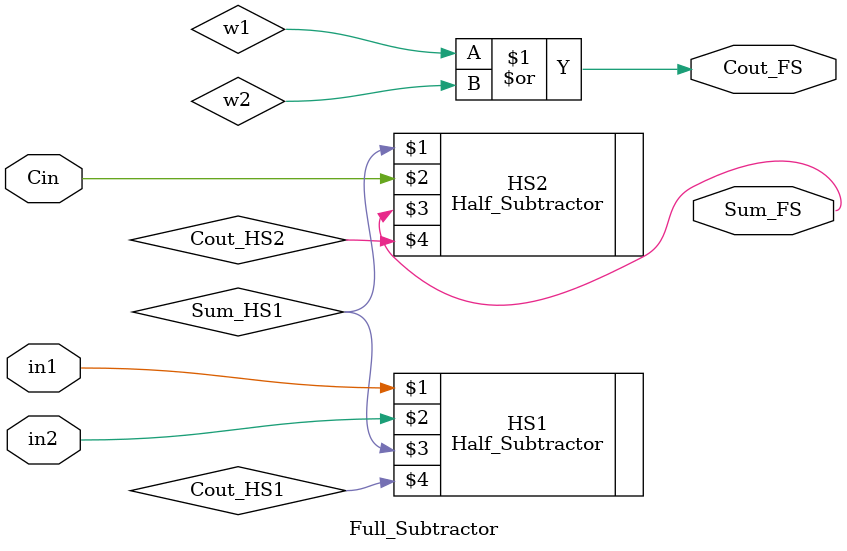
<source format=v>
module Subtractor(A,B,Sum,Carry);
//Port Declaration
input A,B;
output Sum,Carry;
//Behaviour Modeling 
always @(A,B)
begin
    Sum=A^B;
    Carry=(~A)&B;
end
endmodule


module Full_Subtractor(in1,in2,Cin,Sum_FS,Cout_FS);
//port Declaration
input in1,in2,Cin;
output Sum_FS,Cout_FS;
wire Sum_HS1,Cout_HS1,Cout_HS2;
//Module instantiation(Submodule Declaration)
//Order Based instantiation
Half_Subtractor HS1(in1,in2,Sum_HS1,Cout_HS1);
Half_Subtractor HS2(Sum_HS1,Cin,Sum_FS,Cout_HS2);
//Name Based instantiation
//Half_Adder HA1(.A(in1),.B(in2),.Sum(Sum_HA1),.Cout(Cout_HA1));
//Half_Adder HA2(.A(Sum_HA1),.B(Cin),.Sum(Sum_FA),.Cout(Cout_HA2));
//Gate Level Moddeling<gate><gate_name>(output port,input port,input port......)
or g1(Cout_FS,w1,w2);
endmodule

</source>
